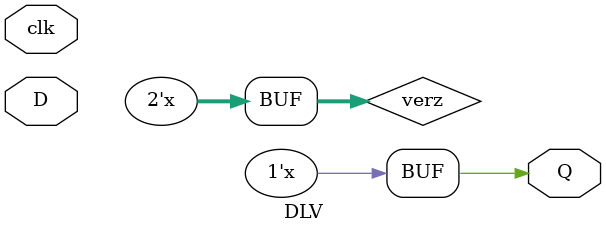
<source format=v>
module top_level ();
    reg D,clk;
    wire Q;
    always #1 clk = ~clk;

initial begin
    D  = 0;
    clk = 0;
    $dumpfile("test");
    $dumpvars(0,D,clk,Q);

    # 2 D = 1;
    # 4 D = 0;
    # 2 D = 1;
    # 2 D = 0;
    # 4 D = 1;
    # 10 $finish;
end
endmodule

module DLV (input wire D, input wire clk, output reg Q);
    reg [1:0] verz;
    reg sp;

    always @(clk) begin            //unsicher op ich es mit dem # als delay machen
        verz <= verz + 2'd1;             //solte oder nicht das geht aber auch 
        if (clk == 1'd1) sp <= D;
        if (verz == 2'd3) Q <= sp;
    end
    
    always @(D) begin
        if (clk == 1'd1) sp <= D;
        
    end
endmodule
</source>
